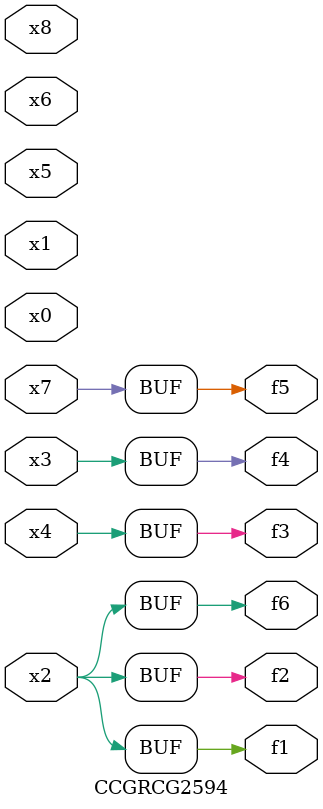
<source format=v>
module CCGRCG2594(
	input x0, x1, x2, x3, x4, x5, x6, x7, x8,
	output f1, f2, f3, f4, f5, f6
);
	assign f1 = x2;
	assign f2 = x2;
	assign f3 = x4;
	assign f4 = x3;
	assign f5 = x7;
	assign f6 = x2;
endmodule

</source>
